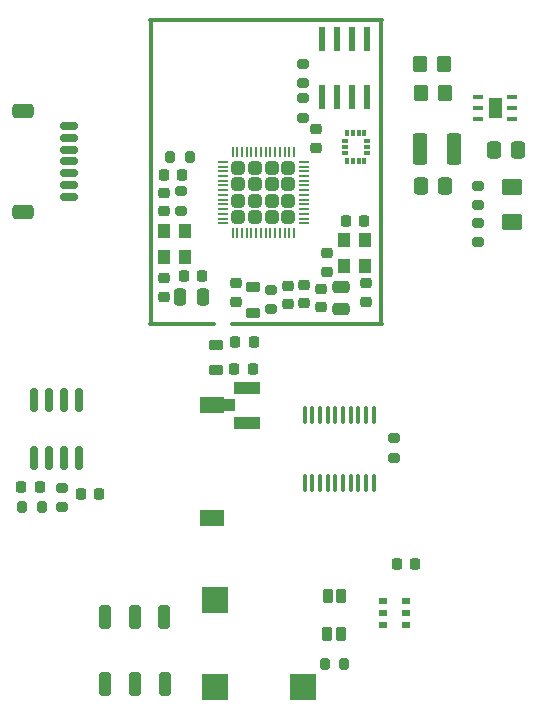
<source format=gbr>
%TF.GenerationSoftware,KiCad,Pcbnew,7.0.2*%
%TF.CreationDate,2023-05-17T08:24:27+02:00*%
%TF.ProjectId,Solar Cell offgrid Power,536f6c61-7220-4436-956c-6c206f666667,rev?*%
%TF.SameCoordinates,Original*%
%TF.FileFunction,Paste,Top*%
%TF.FilePolarity,Positive*%
%FSLAX46Y46*%
G04 Gerber Fmt 4.6, Leading zero omitted, Abs format (unit mm)*
G04 Created by KiCad (PCBNEW 7.0.2) date 2023-05-17 08:24:27*
%MOMM*%
%LPD*%
G01*
G04 APERTURE LIST*
G04 Aperture macros list*
%AMRoundRect*
0 Rectangle with rounded corners*
0 $1 Rounding radius*
0 $2 $3 $4 $5 $6 $7 $8 $9 X,Y pos of 4 corners*
0 Add a 4 corners polygon primitive as box body*
4,1,4,$2,$3,$4,$5,$6,$7,$8,$9,$2,$3,0*
0 Add four circle primitives for the rounded corners*
1,1,$1+$1,$2,$3*
1,1,$1+$1,$4,$5*
1,1,$1+$1,$6,$7*
1,1,$1+$1,$8,$9*
0 Add four rect primitives between the rounded corners*
20,1,$1+$1,$2,$3,$4,$5,0*
20,1,$1+$1,$4,$5,$6,$7,0*
20,1,$1+$1,$6,$7,$8,$9,0*
20,1,$1+$1,$8,$9,$2,$3,0*%
G04 Aperture macros list end*
%ADD10C,0.010000*%
%ADD11RoundRect,0.200000X-0.275000X0.200000X-0.275000X-0.200000X0.275000X-0.200000X0.275000X0.200000X0*%
%ADD12RoundRect,0.124800X0.275200X-0.475200X0.275200X0.475200X-0.275200X0.475200X-0.275200X-0.475200X0*%
%ADD13RoundRect,0.250000X0.350000X0.450000X-0.350000X0.450000X-0.350000X-0.450000X0.350000X-0.450000X0*%
%ADD14RoundRect,0.225000X0.225000X0.250000X-0.225000X0.250000X-0.225000X-0.250000X0.225000X-0.250000X0*%
%ADD15RoundRect,0.250000X-0.250000X-0.475000X0.250000X-0.475000X0.250000X0.475000X-0.250000X0.475000X0*%
%ADD16RoundRect,0.225000X-0.250000X0.225000X-0.250000X-0.225000X0.250000X-0.225000X0.250000X0.225000X0*%
%ADD17RoundRect,0.150000X-0.625000X0.150000X-0.625000X-0.150000X0.625000X-0.150000X0.625000X0.150000X0*%
%ADD18RoundRect,0.250000X-0.650000X0.350000X-0.650000X-0.350000X0.650000X-0.350000X0.650000X0.350000X0*%
%ADD19RoundRect,0.218750X0.381250X-0.218750X0.381250X0.218750X-0.381250X0.218750X-0.381250X-0.218750X0*%
%ADD20RoundRect,0.200000X0.275000X-0.200000X0.275000X0.200000X-0.275000X0.200000X-0.275000X-0.200000X0*%
%ADD21R,1.000000X1.300000*%
%ADD22RoundRect,0.225000X0.250000X-0.225000X0.250000X0.225000X-0.250000X0.225000X-0.250000X-0.225000X0*%
%ADD23RoundRect,0.250000X0.315000X-0.315000X0.315000X0.315000X-0.315000X0.315000X-0.315000X-0.315000X0*%
%ADD24RoundRect,0.050000X0.050000X-0.387500X0.050000X0.387500X-0.050000X0.387500X-0.050000X-0.387500X0*%
%ADD25RoundRect,0.050000X0.387500X-0.050000X0.387500X0.050000X-0.387500X0.050000X-0.387500X-0.050000X0*%
%ADD26RoundRect,0.250000X0.475000X-0.250000X0.475000X0.250000X-0.475000X0.250000X-0.475000X-0.250000X0*%
%ADD27RoundRect,0.225000X-0.225000X-0.250000X0.225000X-0.250000X0.225000X0.250000X-0.225000X0.250000X0*%
%ADD28RoundRect,0.150000X-0.150000X0.825000X-0.150000X-0.825000X0.150000X-0.825000X0.150000X0.825000X0*%
%ADD29RoundRect,0.200000X0.200000X0.275000X-0.200000X0.275000X-0.200000X-0.275000X0.200000X-0.275000X0*%
%ADD30RoundRect,0.250000X-0.375000X-1.075000X0.375000X-1.075000X0.375000X1.075000X-0.375000X1.075000X0*%
%ADD31RoundRect,0.250001X0.624999X-0.462499X0.624999X0.462499X-0.624999X0.462499X-0.624999X-0.462499X0*%
%ADD32R,0.350000X0.580000*%
%ADD33R,0.580000X0.350000*%
%ADD34RoundRect,0.200000X-0.200000X-0.275000X0.200000X-0.275000X0.200000X0.275000X-0.200000X0.275000X0*%
%ADD35R,2.100000X1.400000*%
%ADD36RoundRect,0.250000X0.337500X0.475000X-0.337500X0.475000X-0.337500X-0.475000X0.337500X-0.475000X0*%
%ADD37R,2.195000X2.195000*%
%ADD38RoundRect,0.100000X2.750000X0.100000X-2.750000X0.100000X-2.750000X-0.100000X2.750000X-0.100000X0*%
%ADD39RoundRect,0.100000X6.400000X0.100000X-6.400000X0.100000X-6.400000X-0.100000X6.400000X-0.100000X0*%
%ADD40RoundRect,0.102500X0.102500X-12.887500X0.102500X12.887500X-0.102500X12.887500X-0.102500X-12.887500X0*%
%ADD41RoundRect,0.097500X0.097500X-12.887500X0.097500X12.887500X-0.097500X12.887500X-0.097500X-12.887500X0*%
%ADD42RoundRect,0.102500X9.867500X0.102500X-9.867500X0.102500X-9.867500X-0.102500X9.867500X-0.102500X0*%
%ADD43R,2.250000X1.100000*%
%ADD44R,1.100000X1.050000*%
%ADD45RoundRect,0.041300X-0.253700X0.948700X-0.253700X-0.948700X0.253700X-0.948700X0.253700X0.948700X0*%
%ADD46R,0.840000X0.420000*%
%ADD47RoundRect,0.250000X-0.250000X-0.750000X0.250000X-0.750000X0.250000X0.750000X-0.250000X0.750000X0*%
%ADD48RoundRect,0.250000X-0.350000X-0.450000X0.350000X-0.450000X0.350000X0.450000X-0.350000X0.450000X0*%
%ADD49RoundRect,0.250000X-0.337500X-0.475000X0.337500X-0.475000X0.337500X0.475000X-0.337500X0.475000X0*%
%ADD50RoundRect,0.100000X0.100000X-0.637500X0.100000X0.637500X-0.100000X0.637500X-0.100000X-0.637500X0*%
%ADD51RoundRect,0.037100X-0.317900X-0.227900X0.317900X-0.227900X0.317900X0.227900X-0.317900X0.227900X0*%
G04 APERTURE END LIST*
%TO.C,AU1*%
D10*
X151153466Y-75200569D02*
X150141534Y-75200569D01*
X150141534Y-73619431D01*
X151153466Y-73619431D01*
X151153466Y-75200569D01*
G36*
X151153466Y-75200569D02*
G01*
X150141534Y-75200569D01*
X150141534Y-73619431D01*
X151153466Y-73619431D01*
X151153466Y-75200569D01*
G37*
%TD*%
D11*
%TO.C,ER3*%
X124050000Y-81495000D03*
X124050000Y-83145000D03*
%TD*%
%TO.C,TXR1*%
X142070000Y-102395000D03*
X142070000Y-104045000D03*
%TD*%
D12*
%TO.C,LED1*%
X137610000Y-118940000D03*
X137620000Y-115760000D03*
X136470000Y-118940000D03*
X136500000Y-115750000D03*
%TD*%
D13*
%TO.C,AR1*%
X146340000Y-70680000D03*
X144340000Y-70680000D03*
%TD*%
D14*
%TO.C,EC12*%
X139555000Y-83990000D03*
X138005000Y-83990000D03*
%TD*%
D15*
%TO.C,EC2*%
X124000000Y-90430000D03*
X125900000Y-90430000D03*
%TD*%
D16*
%TO.C,EC10*%
X128700000Y-89285000D03*
X128700000Y-90835000D03*
%TD*%
%TO.C,EC14*%
X122650000Y-88855000D03*
X122650000Y-90405000D03*
%TD*%
D17*
%TO.C,J2*%
X114610000Y-75960000D03*
X114610000Y-76960000D03*
X114610000Y-77960000D03*
X114610000Y-78960000D03*
X114610000Y-79960000D03*
X114610000Y-80960000D03*
X114610000Y-81960000D03*
D18*
X110735000Y-74660000D03*
X110735000Y-83260000D03*
%TD*%
D19*
%TO.C,L1*%
X130190000Y-91752500D03*
X130190000Y-89627500D03*
%TD*%
D20*
%TO.C,ER5*%
X134400000Y-75275000D03*
X134400000Y-73625000D03*
%TD*%
D21*
%TO.C,ECY1*%
X137860000Y-85580000D03*
X137860000Y-87780000D03*
X139660000Y-87780000D03*
X139660000Y-85580000D03*
%TD*%
D16*
%TO.C,EC8*%
X136460000Y-86725000D03*
X136460000Y-88275000D03*
%TD*%
D22*
%TO.C,EC17*%
X122600000Y-83150000D03*
X122600000Y-81600000D03*
%TD*%
D23*
%TO.C,ESP32S1*%
X128940000Y-83690000D03*
X130340000Y-83690000D03*
X131740000Y-83690000D03*
X133140000Y-83690000D03*
X128940000Y-82290000D03*
X130340000Y-82290000D03*
X131740000Y-82290000D03*
X133140000Y-82290000D03*
X128940000Y-80890000D03*
X130340000Y-80890000D03*
X131740000Y-80890000D03*
X133140000Y-80890000D03*
X128940000Y-79490000D03*
X130340000Y-79490000D03*
X131740000Y-79490000D03*
X133140000Y-79490000D03*
D24*
X128440000Y-85027500D03*
X128840000Y-85027500D03*
X129240000Y-85027500D03*
X129640000Y-85027500D03*
X130040000Y-85027500D03*
X130440000Y-85027500D03*
X130840000Y-85027500D03*
X131240000Y-85027500D03*
X131640000Y-85027500D03*
X132040000Y-85027500D03*
X132440000Y-85027500D03*
X132840000Y-85027500D03*
X133240000Y-85027500D03*
X133640000Y-85027500D03*
D25*
X134477500Y-84190000D03*
X134477500Y-83790000D03*
X134477500Y-83390000D03*
X134477500Y-82990000D03*
X134477500Y-82590000D03*
X134477500Y-82190000D03*
X134477500Y-81790000D03*
X134477500Y-81390000D03*
X134477500Y-80990000D03*
X134477500Y-80590000D03*
X134477500Y-80190000D03*
X134477500Y-79790000D03*
X134477500Y-79390000D03*
X134477500Y-78990000D03*
D24*
X133640000Y-78152500D03*
X133240000Y-78152500D03*
X132840000Y-78152500D03*
X132440000Y-78152500D03*
X132040000Y-78152500D03*
X131640000Y-78152500D03*
X131240000Y-78152500D03*
X130840000Y-78152500D03*
X130440000Y-78152500D03*
X130040000Y-78152500D03*
X129640000Y-78152500D03*
X129240000Y-78152500D03*
X128840000Y-78152500D03*
X128440000Y-78152500D03*
D25*
X127602500Y-78990000D03*
X127602500Y-79390000D03*
X127602500Y-79790000D03*
X127602500Y-80190000D03*
X127602500Y-80590000D03*
X127602500Y-80990000D03*
X127602500Y-81390000D03*
X127602500Y-81790000D03*
X127602500Y-82190000D03*
X127602500Y-82590000D03*
X127602500Y-82990000D03*
X127602500Y-83390000D03*
X127602500Y-83790000D03*
X127602500Y-84190000D03*
%TD*%
D22*
%TO.C,EC7*%
X134530000Y-90945000D03*
X134530000Y-89395000D03*
%TD*%
D26*
%TO.C,EC3*%
X137600000Y-91470000D03*
X137600000Y-89570000D03*
%TD*%
D27*
%TO.C,EC19*%
X110565000Y-106550000D03*
X112115000Y-106550000D03*
%TD*%
D28*
%TO.C,ACS1*%
X115445000Y-99145000D03*
X114175000Y-99145000D03*
X112905000Y-99145000D03*
X111635000Y-99145000D03*
X111635000Y-104095000D03*
X112905000Y-104095000D03*
X114175000Y-104095000D03*
X115445000Y-104095000D03*
%TD*%
D20*
%TO.C,ER1*%
X131690000Y-91475000D03*
X131690000Y-89825000D03*
%TD*%
D27*
%TO.C,EC6*%
X128595000Y-96570000D03*
X130145000Y-96570000D03*
%TD*%
%TO.C,EC9*%
X128685000Y-94280000D03*
X130235000Y-94280000D03*
%TD*%
D21*
%TO.C,ECY2*%
X124450000Y-87020000D03*
X124450000Y-84820000D03*
X122650000Y-84820000D03*
X122650000Y-87020000D03*
%TD*%
D29*
%TO.C,LR1*%
X137905000Y-121480000D03*
X136255000Y-121480000D03*
%TD*%
D30*
%TO.C,AL1*%
X144350000Y-77880000D03*
X147150000Y-77880000D03*
%TD*%
D31*
%TO.C,F1*%
X152120000Y-84105000D03*
X152120000Y-81130000D03*
%TD*%
D16*
%TO.C,EC13*%
X139710000Y-89275000D03*
X139710000Y-90825000D03*
%TD*%
D32*
%TO.C,IMU1*%
X138105000Y-78940000D03*
X138605000Y-78940000D03*
X139105000Y-78940000D03*
X139605000Y-78940000D03*
D33*
X139780000Y-78265000D03*
X139780000Y-77765000D03*
X139780000Y-77265000D03*
D32*
X139605000Y-76590000D03*
X139105000Y-76590000D03*
X138605000Y-76590000D03*
X138105000Y-76590000D03*
D33*
X137930000Y-77265000D03*
X137930000Y-77765000D03*
X137930000Y-78265000D03*
%TD*%
D14*
%TO.C,SHC1*%
X143925000Y-113080000D03*
X142375000Y-113080000D03*
%TD*%
D34*
%TO.C,ER7*%
X110625000Y-108220000D03*
X112275000Y-108220000D03*
%TD*%
D14*
%TO.C,EC18*%
X117145000Y-107090000D03*
X115595000Y-107090000D03*
%TD*%
%TO.C,EC11*%
X124170000Y-80140000D03*
X122620000Y-80140000D03*
%TD*%
D20*
%TO.C,MR1*%
X149230000Y-85785000D03*
X149230000Y-84135000D03*
%TD*%
D35*
%TO.C,ANT1*%
X126710000Y-99610000D03*
X126710000Y-109110000D03*
%TD*%
D11*
%TO.C,ER6*%
X114000000Y-106585000D03*
X114000000Y-108235000D03*
%TD*%
D22*
%TO.C,IMUC1*%
X135500000Y-77795000D03*
X135500000Y-76245000D03*
%TD*%
D20*
%TO.C,MR2*%
X149240000Y-82645000D03*
X149240000Y-80995000D03*
%TD*%
D36*
%TO.C,AC2*%
X152637500Y-78000000D03*
X150562500Y-78000000D03*
%TD*%
D37*
%TO.C,BZ1*%
X126980000Y-116050000D03*
X126980000Y-123450000D03*
X134380000Y-123450000D03*
%TD*%
D20*
%TO.C,ER4*%
X134400000Y-72325000D03*
X134400000Y-70675000D03*
%TD*%
D34*
%TO.C,ER2*%
X123155000Y-78600000D03*
X124805000Y-78600000D03*
%TD*%
D38*
%TO.C,J6*%
X124140000Y-92725000D03*
D39*
X134730000Y-92705000D03*
D40*
X121495000Y-79755000D03*
D41*
X141025000Y-79750000D03*
D42*
X131250000Y-66950000D03*
%TD*%
D43*
%TO.C,J5*%
X129680000Y-98125000D03*
X129680000Y-101075000D03*
D44*
X128130000Y-99600000D03*
%TD*%
D45*
%TO.C,U1*%
X139790000Y-68550000D03*
X138520000Y-68550000D03*
X137250000Y-68550000D03*
X135980000Y-68550000D03*
X135980000Y-73490000D03*
X137250000Y-73490000D03*
X138520000Y-73490000D03*
X139790000Y-73490000D03*
%TD*%
D22*
%TO.C,EC5*%
X135890000Y-91305000D03*
X135890000Y-89755000D03*
%TD*%
D46*
%TO.C,AU1*%
X149212500Y-73460000D03*
X149212500Y-74410000D03*
X149212500Y-75360000D03*
X152082500Y-75360000D03*
X152082500Y-74410000D03*
X152082500Y-73460000D03*
%TD*%
D47*
%TO.C,J4*%
X117670000Y-123180000D03*
X120160000Y-123170000D03*
X122680000Y-123180000D03*
X122600000Y-117550000D03*
X120180000Y-117530000D03*
X117670000Y-117540000D03*
%TD*%
D16*
%TO.C,EC1*%
X133100000Y-89515000D03*
X133100000Y-91065000D03*
%TD*%
D48*
%TO.C,AR2*%
X144400000Y-73170000D03*
X146400000Y-73170000D03*
%TD*%
D49*
%TO.C,AC1*%
X144392500Y-81030000D03*
X146467500Y-81030000D03*
%TD*%
D50*
%TO.C,U3*%
X134540000Y-106140000D03*
X135190000Y-106140000D03*
X135840000Y-106140000D03*
X136490000Y-106140000D03*
X137140000Y-106140000D03*
X137790000Y-106140000D03*
X138440000Y-106140000D03*
X139090000Y-106140000D03*
X139740000Y-106140000D03*
X140390000Y-106140000D03*
X140390000Y-100415000D03*
X139740000Y-100415000D03*
X139090000Y-100415000D03*
X138440000Y-100415000D03*
X137790000Y-100415000D03*
X137140000Y-100415000D03*
X136490000Y-100415000D03*
X135840000Y-100415000D03*
X135190000Y-100415000D03*
X134540000Y-100415000D03*
%TD*%
D27*
%TO.C,EC4*%
X124325000Y-88630000D03*
X125875000Y-88630000D03*
%TD*%
D51*
%TO.C,U2*%
X141190000Y-116180000D03*
X141190000Y-117180000D03*
X141190000Y-118180000D03*
X143160000Y-118180000D03*
X143160000Y-117180000D03*
X143160000Y-116180000D03*
%TD*%
D19*
%TO.C,EL1*%
X127020000Y-96622500D03*
X127020000Y-94497500D03*
%TD*%
M02*

</source>
